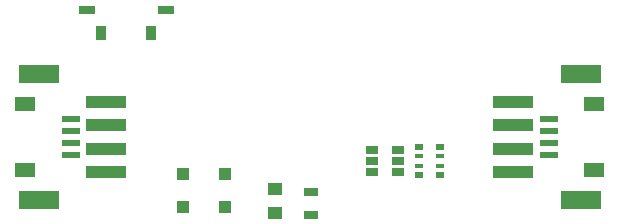
<source format=gtp>
G04 #@! TF.GenerationSoftware,KiCad,Pcbnew,(5.0.0-rc2-dev-444-g2974a2c10)*
G04 #@! TF.CreationDate,2019-11-26T22:46:32-08:00*
G04 #@! TF.ProjectId,Stemma_Host_FeatherWing,5374656D6D615F486F73745F46656174,v01*
G04 #@! TF.SameCoordinates,Original*
G04 #@! TF.FileFunction,Paste,Top*
G04 #@! TF.FilePolarity,Positive*
%FSLAX46Y46*%
G04 Gerber Fmt 4.6, Leading zero omitted, Abs format (unit mm)*
G04 Created by KiCad (PCBNEW (5.0.0-rc2-dev-444-g2974a2c10)) date 11/26/19 22:46:32*
%MOMM*%
%LPD*%
G01*
G04 APERTURE LIST*
%ADD10R,1.800000X1.200000*%
%ADD11R,1.550000X0.600000*%
%ADD12R,1.250000X1.000000*%
%ADD13R,1.300000X0.700000*%
%ADD14R,0.800000X0.500000*%
%ADD15R,0.800000X0.400000*%
%ADD16R,1.060000X0.650000*%
%ADD17R,3.500000X1.000000*%
%ADD18R,3.400000X1.500000*%
%ADD19R,1.100000X1.100000*%
%ADD20R,0.900000X1.270000*%
%ADD21R,1.450000X0.800000*%
G04 APERTURE END LIST*
D10*
X108762500Y-98050000D03*
X108762500Y-92450000D03*
D11*
X112637500Y-96750000D03*
X112637500Y-95750000D03*
X112637500Y-94750000D03*
X112637500Y-93750000D03*
D10*
X156937500Y-92450000D03*
X156937500Y-98050000D03*
D11*
X153062500Y-93750000D03*
X153062500Y-94750000D03*
X153062500Y-95750000D03*
X153062500Y-96750000D03*
D12*
X129880683Y-99658746D03*
X129880683Y-101658746D03*
D13*
X132969000Y-99908746D03*
X132969000Y-101808746D03*
D14*
X143902000Y-98482000D03*
D15*
X143902000Y-97682000D03*
D14*
X143902000Y-96082000D03*
D15*
X143902000Y-96882000D03*
D14*
X142102000Y-98482000D03*
D15*
X142102000Y-96882000D03*
X142102000Y-97682000D03*
D14*
X142102000Y-96082000D03*
D16*
X140292000Y-97282000D03*
X140292000Y-96332000D03*
X140292000Y-98232000D03*
X138092000Y-98232000D03*
X138092000Y-97282000D03*
X138092000Y-96332000D03*
D17*
X115625000Y-92250000D03*
X115625000Y-94250000D03*
X115625000Y-96250000D03*
X115625000Y-98250000D03*
D18*
X109875000Y-89900000D03*
X109875000Y-100600000D03*
X155825000Y-89900000D03*
X155825000Y-100600000D03*
D17*
X150075000Y-92250000D03*
X150075000Y-94250000D03*
X150075000Y-96250000D03*
X150075000Y-98250000D03*
D19*
X122100000Y-98400000D03*
X122100000Y-101200000D03*
X125700000Y-101200000D03*
X125700000Y-98400000D03*
D20*
X119400000Y-86400000D03*
X115200000Y-86400000D03*
D21*
X113950000Y-84500000D03*
X120650000Y-84500000D03*
M02*

</source>
